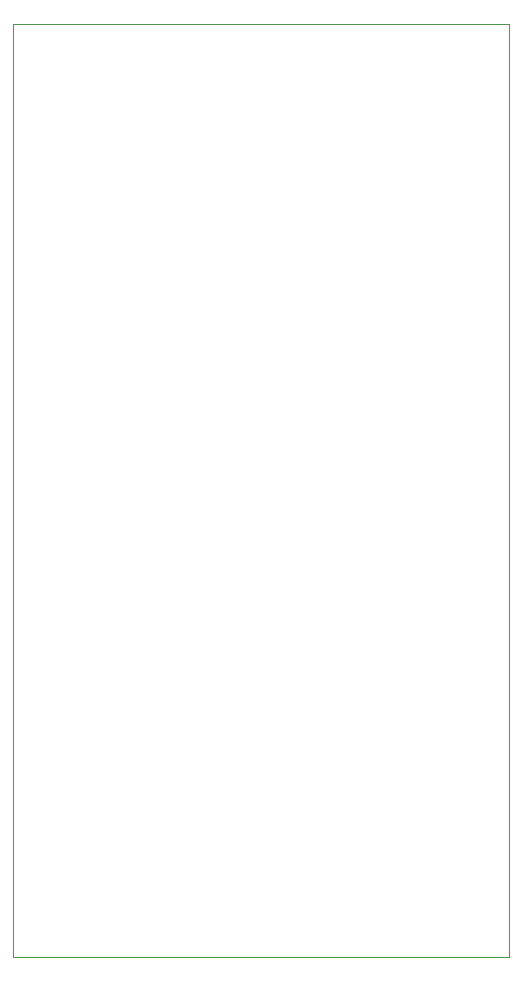
<source format=gbr>
G04 #@! TF.GenerationSoftware,KiCad,Pcbnew,(5.1.2)-2*
G04 #@! TF.CreationDate,2019-10-16T12:38:49+08:00*
G04 #@! TF.ProjectId,ESP32-Solar-Battery,45535033-322d-4536-9f6c-61722d426174,rev?*
G04 #@! TF.SameCoordinates,Original*
G04 #@! TF.FileFunction,Profile,NP*
%FSLAX46Y46*%
G04 Gerber Fmt 4.6, Leading zero omitted, Abs format (unit mm)*
G04 Created by KiCad (PCBNEW (5.1.2)-2) date 2019-10-16 12:38:49*
%MOMM*%
%LPD*%
G04 APERTURE LIST*
%ADD10C,0.120000*%
G04 APERTURE END LIST*
D10*
X104500000Y-61000000D02*
X104500000Y-140000000D01*
X104500000Y-140000000D02*
X146500000Y-140000000D01*
X146500000Y-61000000D02*
X146500000Y-140000000D01*
X104500000Y-61000000D02*
X146500000Y-61000000D01*
M02*

</source>
